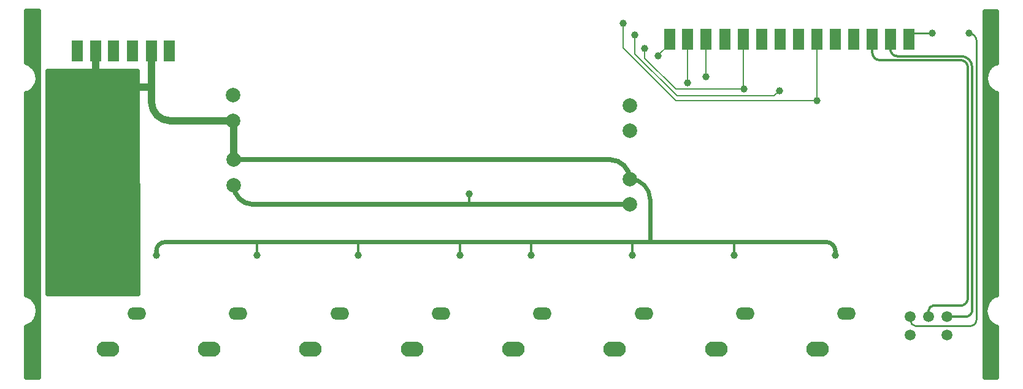
<source format=gbr>
G04 DipTrace 2.4.0.2*
%IN2_Layer_Bottom.gbr*%
%MOIN*%
%ADD10C,0.0098*%
%ADD14C,0.0079*%
%ADD15C,0.0276*%
%ADD17C,0.013*%
%ADD19C,0.0394*%
%ADD20C,0.0236*%
%ADD21C,0.025*%
%ADD25O,0.122X0.0827*%
%ADD26O,0.1024X0.0669*%
%ADD27C,0.0787*%
%ADD33R,0.0591X0.1142*%
%ADD39C,0.0591*%
%FSLAX44Y44*%
G04*
G70*
G90*
G75*
G01*
%LNBottom*%
%LPD*%
X40177Y20256D2*
D14*
Y22638D1*
X40189D1*
X53465Y22953D2*
D10*
X52520D1*
G03X52205Y22638I0J-315D01*
G01*
X38583Y21732D2*
D14*
Y21752D1*
X39205Y22374D1*
Y22638D1*
X48213Y22283D2*
D17*
Y22630D1*
X48205Y22638D1*
X49197Y22283D2*
Y22630D1*
X49205Y22638D1*
X37031Y13661D2*
D15*
X28307D1*
X16555D1*
G02X15512Y14705I0J1043D01*
G01*
X28307Y14232D2*
D17*
Y13661D1*
X12031Y21654D2*
Y21992D1*
X12016Y22008D1*
X52287Y7579D2*
D10*
Y7358D1*
G03X52598Y7047I311J0D01*
G01*
X55531D1*
G03X55886Y7402I0J354D01*
G01*
Y22539D1*
G03X55472Y22953I-413J0D01*
G01*
X9039Y21654D2*
D17*
Y21953D1*
X8984Y22008D1*
X41161Y20610D2*
D14*
Y22626D1*
X41173Y22638D1*
X47205D2*
Y19311D1*
X39528D1*
X36677Y22161D1*
Y23504D1*
X45181Y19843D2*
X44886Y19547D1*
X39606D1*
X37307Y21846D1*
Y22874D1*
X43220Y22638D2*
Y19953D1*
X43252Y19921D1*
X39547D1*
X37858Y21610D1*
Y22126D1*
X50220Y22283D2*
Y22622D1*
X50205Y22638D1*
X53287Y7579D2*
D17*
Y7913D1*
G02X53524Y8150I236J0D01*
G01*
X55000D1*
G03X55413Y8563I0J413D01*
G01*
Y21102D1*
G03X55020Y21496I-394J0D01*
G01*
X50630D1*
G02X50217Y21909I0J413D01*
G01*
Y22280D1*
X50218Y22282D1*
X50220Y22283D1*
X51205D2*
Y22638D1*
Y22283D2*
Y22083D1*
G03X51575Y21713I370J0D01*
G01*
X55039D1*
G02X55650Y21102I0J-610D01*
G01*
Y7913D1*
G02X55295Y7559I-354J0D01*
G01*
X54307D1*
G02X54287Y7579I0J20D01*
G01*
X10024Y21654D2*
Y21992D1*
X10008Y22008D1*
X7031Y21654D2*
Y21992D1*
X7016Y22008D1*
X8016Y21654D2*
Y21992D1*
X8000Y22008D1*
X11047Y21654D2*
Y21992D1*
X11031Y22008D1*
X11047Y21654D2*
D19*
Y20020D1*
Y19209D1*
G03X12047Y18209I1000J0D01*
G01*
X15472D1*
X15512Y16083D2*
Y18169D1*
X15472Y18209D1*
X15512Y16083D2*
D15*
X35988D1*
G02X37031Y15039I0J-1043D01*
G01*
X8016Y21654D2*
D19*
Y20803D1*
G03X8799Y20020I783J0D01*
G01*
X11047D1*
X11299Y10886D2*
D20*
Y11122D1*
G02X11791Y11614I492J0D01*
G01*
X16791D1*
X22283D1*
X27815D1*
X31673D1*
X37185D1*
X38147D1*
X42697D1*
X47717D1*
G02X48209Y11122I0J-492D01*
G01*
Y10886D1*
X38147Y11614D2*
Y13924D1*
G03X37031Y15039I-1115J0D01*
G01*
X37185Y10886D2*
D17*
Y11614D1*
X42697Y10886D2*
Y11614D1*
X31673Y10886D2*
Y11614D1*
X27815Y10886D2*
Y11614D1*
X22283Y10886D2*
Y11614D1*
X16791Y10886D2*
Y11614D1*
X5906Y14764D2*
X6890D1*
X7874D1*
X8858D1*
X5906D2*
Y15551D1*
Y16339D1*
Y17126D1*
Y17913D1*
X6890D1*
X7874D1*
X8858D1*
X5906Y17126D2*
X6890D1*
X7874D1*
X8858D1*
X5906Y16339D2*
X6890D1*
X7874D1*
X8858D1*
X5906Y15551D2*
X6890D1*
X7874D1*
X8858D1*
D19*
X36677Y23504D3*
X48213Y22992D3*
X49197D3*
X50220D3*
X51205D3*
X53465Y22953D3*
X55472D3*
X37307Y22874D3*
X48213Y22638D3*
X49197D3*
X50220D3*
X51205D3*
X7031Y22362D3*
X8016D3*
X9039D3*
X10024D3*
X11047D3*
X12031Y22323D3*
X48213Y22283D3*
X49197D3*
X50220D3*
X51205D3*
X37858Y22126D3*
X7031Y22008D3*
X8016D3*
X9039D3*
X10024D3*
X11047D3*
X12031Y21969D3*
X7031Y21654D3*
X8016D3*
X9039D3*
X10024D3*
X11047D3*
X12031D3*
X38583Y21732D3*
X41161Y20610D3*
X40177Y20256D3*
X43252Y19921D3*
X45181Y19843D3*
X47205Y19311D3*
X5906Y17913D3*
X6890D3*
X7874D3*
X8858D3*
X5906Y17126D3*
X6890D3*
X7874D3*
X8858D3*
X5906Y16339D3*
X6890D3*
X7874D3*
X8858D3*
X5906Y15551D3*
X6890D3*
X7874D3*
X8858D3*
X5906Y14764D3*
X6890D3*
X7874D3*
X8858D3*
X28307Y14232D3*
X11299Y10886D3*
X16791D3*
X22283D3*
X27815D3*
X31673D3*
X37185D3*
X42697D3*
X48209D3*
X4284Y23898D2*
D21*
X4869D1*
X4284Y23649D2*
X4869D1*
X4284Y23401D2*
X4869D1*
X4284Y23152D2*
X4869D1*
X4284Y22903D2*
X4869D1*
X4284Y22655D2*
X4869D1*
X4284Y22406D2*
X4869D1*
X4284Y22157D2*
X4869D1*
X4284Y21908D2*
X4869D1*
X4284Y21660D2*
X4869D1*
X4284Y21411D2*
X4869D1*
X4594Y21162D2*
X4869D1*
X4782Y20914D2*
X4869D1*
X4649Y19919D2*
X4869D1*
X4284Y19670D2*
X4869D1*
X4284Y19422D2*
X4869D1*
X4284Y19173D2*
X4869D1*
X4284Y18924D2*
X4869D1*
X4284Y18676D2*
X4869D1*
X4284Y18427D2*
X4869D1*
X4284Y18178D2*
X4869D1*
X4284Y17929D2*
X4869D1*
X4284Y17681D2*
X4869D1*
X4284Y17432D2*
X4869D1*
X4284Y17183D2*
X4869D1*
X4284Y16935D2*
X4869D1*
X4284Y16686D2*
X4869D1*
X4284Y16437D2*
X4869D1*
X4284Y16189D2*
X4869D1*
X4284Y15940D2*
X4869D1*
X4284Y15691D2*
X4869D1*
X4284Y15443D2*
X4869D1*
X4284Y15194D2*
X4869D1*
X4284Y14945D2*
X4869D1*
X4284Y14697D2*
X4869D1*
X4284Y14448D2*
X4869D1*
X4284Y14199D2*
X4869D1*
X4284Y13950D2*
X4869D1*
X4284Y13702D2*
X4869D1*
X4284Y13453D2*
X4869D1*
X4284Y13204D2*
X4869D1*
X4284Y12956D2*
X4869D1*
X4284Y12707D2*
X4869D1*
X4284Y12458D2*
X4869D1*
X4284Y12210D2*
X4869D1*
X4284Y11961D2*
X4869D1*
X4284Y11712D2*
X4869D1*
X4284Y11464D2*
X4869D1*
X4284Y11215D2*
X4869D1*
X4284Y10966D2*
X4869D1*
X4284Y10718D2*
X4869D1*
X4284Y10469D2*
X4869D1*
X4284Y10220D2*
X4869D1*
X4284Y9971D2*
X4869D1*
X4284Y9723D2*
X4869D1*
X4284Y9474D2*
X4869D1*
X4284Y9225D2*
X4869D1*
X4284Y8977D2*
X4869D1*
X4329Y8728D2*
X4869D1*
X4676Y8479D2*
X4869D1*
X4673Y7236D2*
X4869D1*
X4284Y6987D2*
X4869D1*
X4284Y6739D2*
X4869D1*
X4284Y6490D2*
X4869D1*
X4284Y6241D2*
X4869D1*
X4284Y5992D2*
X4869D1*
X4284Y5744D2*
X4869D1*
X4284Y5495D2*
X4869D1*
X4284Y5246D2*
X4869D1*
X4284Y4998D2*
X4869D1*
X4284Y4749D2*
X4869D1*
X4284Y4500D2*
X4869D1*
X4384Y4259D2*
X4895D1*
Y24147D1*
X4259D1*
Y21356D1*
X4415Y21288D1*
X4667Y21079D1*
X4803Y20829D1*
X4866Y20513D1*
Y20464D1*
X4799Y20185D1*
X4647Y19945D1*
X4498Y19794D1*
X4347Y19711D1*
X4259Y19686D1*
Y8740D1*
X4358Y8708D1*
X4537Y8592D1*
X4718Y8402D1*
X4828Y8167D1*
X4869Y7863D1*
X4843Y7618D1*
X4750Y7353D1*
X4583Y7164D1*
X4377Y7049D1*
X4259Y7002D1*
Y4259D1*
X4384D1*
X56370Y23878D2*
X56936D1*
X56370Y23630D2*
X56936D1*
X56370Y23381D2*
X56936D1*
X56370Y23132D2*
X56936D1*
X56370Y22884D2*
X56936D1*
X56370Y22635D2*
X56936D1*
X56370Y22386D2*
X56936D1*
X56370Y22137D2*
X56936D1*
X56370Y21889D2*
X56936D1*
X56370Y21640D2*
X56936D1*
X56370Y21391D2*
X56936D1*
X56370Y21143D2*
X56611D1*
X56370Y19899D2*
X56596D1*
X56370Y19651D2*
X56936D1*
X56370Y19402D2*
X56936D1*
X56370Y19153D2*
X56936D1*
X56370Y18905D2*
X56936D1*
X56370Y18656D2*
X56936D1*
X56370Y18407D2*
X56936D1*
X56370Y18158D2*
X56936D1*
X56370Y17910D2*
X56936D1*
X56370Y17661D2*
X56936D1*
X56370Y17412D2*
X56936D1*
X56370Y17164D2*
X56936D1*
X56370Y16915D2*
X56936D1*
X56370Y16666D2*
X56936D1*
X56370Y16418D2*
X56936D1*
X56370Y16169D2*
X56936D1*
X56370Y15920D2*
X56936D1*
X56370Y15672D2*
X56936D1*
X56370Y15423D2*
X56936D1*
X56370Y15174D2*
X56936D1*
X56370Y14926D2*
X56936D1*
X56370Y14677D2*
X56936D1*
X56370Y14428D2*
X56936D1*
X56370Y14179D2*
X56936D1*
X56370Y13931D2*
X56936D1*
X56370Y13682D2*
X56936D1*
X56370Y13433D2*
X56936D1*
X56370Y13185D2*
X56936D1*
X56370Y12936D2*
X56936D1*
X56370Y12687D2*
X56936D1*
X56370Y12439D2*
X56936D1*
X56370Y12190D2*
X56936D1*
X56370Y11941D2*
X56936D1*
X56370Y11693D2*
X56936D1*
X56370Y11444D2*
X56936D1*
X56370Y11195D2*
X56936D1*
X56370Y10947D2*
X56936D1*
X56370Y10698D2*
X56936D1*
X56370Y10449D2*
X56936D1*
X56370Y10200D2*
X56936D1*
X56370Y9952D2*
X56936D1*
X56370Y9703D2*
X56936D1*
X56370Y9454D2*
X56936D1*
X56370Y9206D2*
X56936D1*
X56370Y8957D2*
X56936D1*
X56370Y8708D2*
X56842D1*
X56370Y8460D2*
X56533D1*
X56370Y7216D2*
X56596D1*
X56370Y6968D2*
X56936D1*
X56370Y6719D2*
X56936D1*
X56370Y6470D2*
X56936D1*
X56370Y6221D2*
X56936D1*
X56370Y5973D2*
X56936D1*
X56370Y5724D2*
X56936D1*
X56370Y5475D2*
X56936D1*
X56370Y5227D2*
X56936D1*
X56370Y4978D2*
X56936D1*
X56370Y4729D2*
X56936D1*
X56370Y4481D2*
X56936D1*
X56470Y4279D2*
X56962D1*
Y7001D1*
X56867Y7037D1*
X56703Y7136D1*
X56524Y7322D1*
X56396Y7562D1*
X56351Y7854D1*
X56397Y8169D1*
X56505Y8387D1*
X56649Y8577D1*
X56827Y8691D1*
X56962Y8746D1*
Y19688D1*
X56830Y19733D1*
X56636Y19881D1*
X56522Y20023D1*
X56412Y20253D1*
X56371Y20497D1*
X56413Y20734D1*
X56509Y20993D1*
X56679Y21184D1*
X56854Y21301D1*
X56962Y21333D1*
Y24127D1*
X56345D1*
Y4279D1*
X56470D1*
X5426Y20650D2*
X10264D1*
X5426Y20401D2*
X10264D1*
X5426Y20153D2*
X10264D1*
X5426Y19904D2*
X10268D1*
X5426Y19655D2*
X10268D1*
X5426Y19406D2*
X10268D1*
X5426Y19158D2*
X10268D1*
X5426Y18909D2*
X10268D1*
X5426Y18660D2*
X10272D1*
X5426Y18412D2*
X10272D1*
X5426Y18163D2*
X10272D1*
X5426Y17914D2*
X10272D1*
X5426Y17666D2*
X10276D1*
X5426Y17417D2*
X10276D1*
X5426Y17168D2*
X10276D1*
X5426Y16920D2*
X10276D1*
X5426Y16671D2*
X10276D1*
X5426Y16422D2*
X10280D1*
X5426Y16174D2*
X10280D1*
X5426Y15925D2*
X10280D1*
X5426Y15676D2*
X10280D1*
X5426Y15427D2*
X10280D1*
X5426Y15179D2*
X10284D1*
X5426Y14930D2*
X10284D1*
X5426Y14681D2*
X10284D1*
X5426Y14433D2*
X10284D1*
X5426Y14184D2*
X10284D1*
X5426Y13935D2*
X10288D1*
X5426Y13687D2*
X10288D1*
X5426Y13438D2*
X10288D1*
X5426Y13189D2*
X10288D1*
X5426Y12941D2*
X10288D1*
X5426Y12692D2*
X10292D1*
X5426Y12443D2*
X10292D1*
X5426Y12195D2*
X10292D1*
X5426Y11946D2*
X10292D1*
X5426Y11697D2*
X10292D1*
X5426Y11448D2*
X10296D1*
X5426Y11200D2*
X10296D1*
X5426Y10951D2*
X10296D1*
X5426Y10702D2*
X10296D1*
X5426Y10454D2*
X10296D1*
X5426Y10205D2*
X10299D1*
X5426Y9956D2*
X10299D1*
X5426Y9708D2*
X10299D1*
X5426Y9459D2*
X10299D1*
X5426Y9210D2*
X10299D1*
X5426Y8962D2*
X10303D1*
X5401Y20774D2*
Y8786D1*
X10326D1*
X10288Y20899D1*
X5401D1*
Y20774D1*
D25*
X14173Y5787D3*
D26*
X15748Y7717D3*
X10236D3*
D25*
X8661Y5787D3*
X25197D3*
D26*
X26772Y7717D3*
X21260D3*
D25*
X19685Y5787D3*
X36220D3*
D26*
X37795Y7717D3*
X32283D3*
D25*
X30709Y5787D3*
X47244D3*
D26*
X48819Y7717D3*
X43307D3*
D25*
X41732Y5787D3*
D27*
X15472Y19587D3*
Y18209D3*
X37031Y17657D3*
Y19035D3*
X15512Y14705D3*
Y16083D3*
X37031Y13661D3*
Y15039D3*
D33*
X52205Y22638D3*
X51205D3*
X50205D3*
X49205D3*
X48205D3*
X47205D3*
X46205D3*
X45205D3*
X44205D3*
X43220D3*
X42197D3*
X41173D3*
X40189D3*
X39205D3*
X12016Y22008D3*
X11031D3*
X10008D3*
X8984D3*
X8000D3*
X7016D3*
D39*
X52287Y7579D3*
X53287D3*
X54287D3*
X52287Y6547D3*
X54287D3*
M02*

</source>
